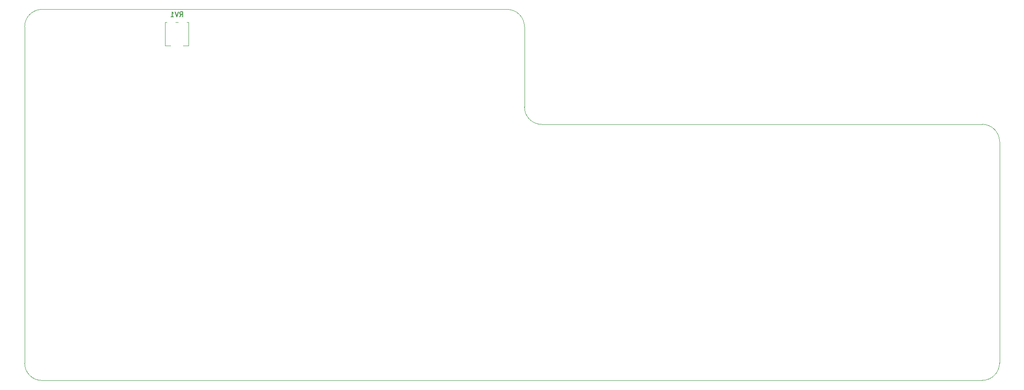
<source format=gbr>
%TF.GenerationSoftware,KiCad,Pcbnew,(6.0.7)*%
%TF.CreationDate,2023-07-12T13:06:10-04:00*%
%TF.ProjectId,Stylophone,5374796c-6f70-4686-9f6e-652e6b696361,rev?*%
%TF.SameCoordinates,Original*%
%TF.FileFunction,Legend,Bot*%
%TF.FilePolarity,Positive*%
%FSLAX46Y46*%
G04 Gerber Fmt 4.6, Leading zero omitted, Abs format (unit mm)*
G04 Created by KiCad (PCBNEW (6.0.7)) date 2023-07-12 13:06:10*
%MOMM*%
%LPD*%
G01*
G04 APERTURE LIST*
%TA.AperFunction,Profile*%
%ADD10C,0.100000*%
%TD*%
%ADD11C,0.150000*%
%ADD12C,0.120000*%
%ADD13C,1.300000*%
%ADD14C,2.250000*%
%ADD15C,2.700000*%
%ADD16C,1.500000*%
%ADD17C,4.260000*%
%ADD18R,1.500000X1.500000*%
%ADD19R,1.500000X1.050000*%
%ADD20O,1.500000X1.050000*%
%ADD21O,1.700000X1.100000*%
%ADD22R,1.300000X2.000000*%
%ADD23R,2.000000X2.000000*%
G04 APERTURE END LIST*
D10*
X26000000Y-85500000D02*
X120000000Y-85500000D01*
X26000000Y-85500000D02*
G75*
G03*
X22500000Y-89000000I0J-3500000D01*
G01*
X216000000Y-160480000D02*
X26000000Y-160500000D01*
X216000000Y-108720000D02*
X127000000Y-108740000D01*
X216000000Y-160480000D02*
G75*
G03*
X219500000Y-156980000I0J3500000D01*
G01*
X123500000Y-105240000D02*
G75*
G03*
X127000000Y-108740000I3500000J0D01*
G01*
X22500000Y-157000000D02*
G75*
G03*
X26000000Y-160500000I3500000J0D01*
G01*
X123500000Y-89000000D02*
X123500000Y-105240000D01*
X219500000Y-112220000D02*
G75*
G03*
X216000000Y-108720000I-3500000J0D01*
G01*
X22500000Y-89000000D02*
X22500000Y-157000000D01*
X123500000Y-89000000D02*
G75*
G03*
X120000000Y-85500000I-3500000J0D01*
G01*
X219500000Y-156980000D02*
X219500000Y-112220000D01*
D11*
%TO.C,RV1*%
X53845238Y-86972380D02*
X54178571Y-86496190D01*
X54416666Y-86972380D02*
X54416666Y-85972380D01*
X54035714Y-85972380D01*
X53940476Y-86020000D01*
X53892857Y-86067619D01*
X53845238Y-86162857D01*
X53845238Y-86305714D01*
X53892857Y-86400952D01*
X53940476Y-86448571D01*
X54035714Y-86496190D01*
X54416666Y-86496190D01*
X53559523Y-85972380D02*
X53226190Y-86972380D01*
X52892857Y-85972380D01*
X52035714Y-86972380D02*
X52607142Y-86972380D01*
X52321428Y-86972380D02*
X52321428Y-85972380D01*
X52416666Y-86115238D01*
X52511904Y-86210476D01*
X52607142Y-86258095D01*
D12*
X55620000Y-88130000D02*
X55289000Y-88130000D01*
X55620000Y-88130000D02*
X55620000Y-92870000D01*
X50880000Y-88130000D02*
X50880000Y-92870000D01*
X53509000Y-88130000D02*
X52990000Y-88130000D01*
X52010000Y-92870000D02*
X50880000Y-92870000D01*
X51210000Y-88130000D02*
X50880000Y-88130000D01*
X55620000Y-92870000D02*
X54490000Y-92870000D01*
%TD*%
%LPC*%
D13*
%TO.C,SW2*%
X45750000Y-88396360D03*
X43750000Y-88396360D03*
X41750000Y-88396360D03*
D14*
X47850000Y-88396360D03*
X39650000Y-88396360D03*
%TD*%
D15*
%TO.C,H3*%
X216000000Y-156980000D03*
%TD*%
%TO.C,H2*%
X26000000Y-157000000D03*
%TD*%
D16*
%TO.C,VR1*%
X91250000Y-100375000D03*
X93750000Y-100375000D03*
X96250000Y-100375000D03*
D17*
X89350000Y-93375000D03*
X98150000Y-93375000D03*
%TD*%
D15*
%TO.C,H4*%
X216000000Y-112220000D03*
%TD*%
%TO.C,H6*%
X120000000Y-89000000D03*
%TD*%
D13*
%TO.C,SW1*%
X25500000Y-107500000D03*
X25500000Y-109500000D03*
X25500000Y-111500000D03*
D14*
X25500000Y-105400000D03*
X25500000Y-113600000D03*
%TD*%
D18*
%TO.C,VR2*%
X107000000Y-100375000D03*
D16*
X109500000Y-100375000D03*
X112000000Y-100375000D03*
D17*
X105100000Y-93375000D03*
X113900000Y-93375000D03*
%TD*%
D19*
%TO.C,Q1*%
X64570000Y-109520000D03*
D20*
X64570000Y-108250000D03*
X64570000Y-106980000D03*
%TD*%
D13*
%TO.C,SW3*%
X81000000Y-88396360D03*
X77000000Y-88396360D03*
X75000000Y-88396360D03*
X73000000Y-88396360D03*
D14*
X83100000Y-88396360D03*
X70900000Y-88396360D03*
%TD*%
D15*
%TO.C,H5*%
X120000000Y-112240000D03*
%TD*%
%TO.C,H1*%
X26000000Y-89000000D03*
%TD*%
D21*
%TO.C,J1*%
X25600000Y-93180000D03*
X29400000Y-101820000D03*
X25600000Y-101820000D03*
X29400000Y-93180000D03*
%TD*%
D22*
%TO.C,RV1*%
X52100000Y-88500000D03*
D23*
X53250000Y-92500000D03*
D22*
X54400000Y-88500000D03*
%TD*%
M02*

</source>
